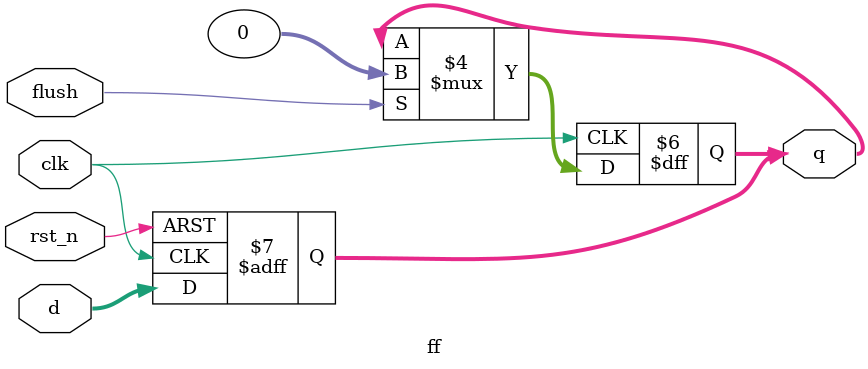
<source format=sv>
module ff (clk, rst_n, d, flush, q);
    input clk;
    input rst_n;
    input flush;
    input [31:0] d;
    output reg [31:0] q;

   always @(posedge clk or negedge rst_n) begin
        if (!rst_n) 
            q <= 0; 
        else
            q <= d;  
      end
    
   always @(negedge clk) begin
        if (flush) 
            q <= 0;
      end    
endmodule

</source>
